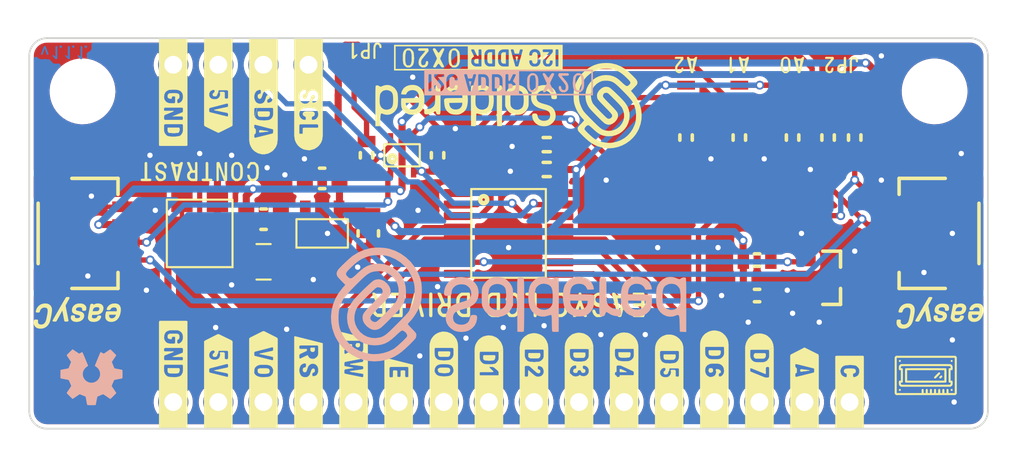
<source format=kicad_pcb>
(kicad_pcb (version 20210623) (generator pcbnew)
  (title_block (title "easyC LCD driver") (date "2021-06-09") (rev "V1.1.1.") (company "SOLDERED") (comment 1 "333003"))
  (layers (0 "F.Cu" signal) (31 "B.Cu" signal) (34 "B.Paste" user) (35 "F.Paste" user) (36 "B.SilkS" user "B.Silkscreen") (37 "F.SilkS" user "F.Silkscreen") (38 "B.Mask" user) (39 "F.Mask" user) (44 "Edge.Cuts" user))
  (net 0 "")
  (net 1 "5V")
  (net 2 "GND")
  (net 3 "3V3")
  (net 4 "A0")
  (net 5 "A1")
  (net 6 "A2")
  (net 7 "SDA")
  (net 8 "SCL")
  (net 9 "C")
  (net 10 "Net-(K3-Pad7)")
  (net 11 "P7")
  (net 12 "P6")
  (net 13 "P5")
  (net 14 "P4")
  (net 19 "P2")
  (net 20 "P1")
  (net 21 "P0")
  (net 22 "Net-(K4-Pad3)")
  (net 23 "Net-(L1-Pad1)")
  (net 24 "P3")
  (net 28 "SDA_PULL5")
  (net 29 "SCL_PULL5")
  (net 30 "SDA_PULL3,3")
  (net 31 "SCL_PULL3,3")
  (net 32 "SCL5")
  (net 33 "SDA5")
  (footprint "e-radionica.com footprinti:HEADER_MALE_4X1" (layer "F.Cu") (at 65.92 114.3)
    (fp_text reference "K5")
    (fp_text value "HEADER_MALE_4X1")
  )
  (footprint "buzzardLabel" (layer "F.Cu") (at 84.97 135.2 -90)
    (fp_text reference "")
    (fp_text value "")
  )
  (footprint "buzzardLabel" (layer "F.Cu") (at 82.43 135.2 -90)
    (fp_text reference "")
    (fp_text value "")
  )
  (footprint "buzzardLabel" (layer "F.Cu") (at 69.73 112.4 -90)
    (fp_text reference "")
    (fp_text value "")
  )
  (footprint "buzzardLabel" (layer "F.Cu") (at 67.19 135.2 -90)
    (fp_text reference "")
    (fp_text value "")
  )
  (footprint "buzzardLabel" (layer "F.Cu") (at 97 114.3 180)
    (fp_text reference "")
    (fp_text value "")
  )
  (footprint "e-radionica.com footprinti:easyC-connector" (layer "F.Cu") (at 57.3 123.8 90)
    (fp_text reference "K1")
    (fp_text value "easyC-SMD")
  )
  (footprint "e-radionica.com footprinti:0603C" (layer "F.Cu") (at 83.15 120.2 180)
    (fp_text reference "C4")
    (fp_text value "0.1uF")
  )
  (footprint "e-radionica.com footprinti:TSSOP-16" (layer "F.Cu") (at 81 123.8)
    (fp_text reference "U1")
    (fp_text value "TCA9534PWR")
  )
  (footprint "e-radionica.com footprinti:0603R" (layer "F.Cu") (at 94 118.4 90)
    (fp_text reference "R2")
    (fp_text value "100k")
  )
  (footprint "e-radionica.com footprinti:SMD_JUMPER" (layer "F.Cu") (at 94 115.8 90)
    (fp_text reference "JP2")
    (fp_text value "SMD_JUMPER")
  )
  (footprint "buzzardLabel" (layer "F.Cu") (at 91 114.3 180)
    (fp_text reference "")
    (fp_text value "")
  )
  (footprint "buzzardLabel" (layer "F.Cu") (at 87.51 135.2 -90)
    (fp_text reference "")
    (fp_text value "")
  )
  (footprint "buzzardLabel" (layer "F.Cu") (at 90.05 135.2 -90)
    (fp_text reference "")
    (fp_text value "")
  )
  (footprint "buzzardLabel" (layer "F.Cu") (at 67.19 112.4 -90)
    (fp_text reference "")
    (fp_text value "")
  )
  (footprint "buzzardLabel" (layer "F.Cu") (at 76.65 113.9 180)
    (fp_text reference "")
    (fp_text value "")
  )
  (footprint "e-radionica.com footprinti:0805C" (layer "F.Cu") (at 73.1 123.8 90)
    (fp_text reference "C2")
    (fp_text value "CL10A226MPCNUBE")
  )
  (footprint "buzzardLabel" (layer "F.Cu") (at 97.67 135.2 -90)
    (fp_text reference "")
    (fp_text value "")
  )
  (footprint "e-radionica.com footprinti:SOT-23-3" (layer "F.Cu") (at 99 126.3)
    (fp_text reference "Q1")
    (fp_text value "NMOS-SOT-23-3")
  )
  (footprint "buzzardLabel" (layer "F.Cu") (at 92.59 135.2 -90)
    (fp_text reference "")
    (fp_text value "")
  )
  (footprint "buzzardLabel" (layer "F.Cu") (at 62.11 112.4 -90)
    (fp_text reference "")
    (fp_text value "")
  )
  (footprint "e-radionica.com footprinti:0603R" (layer "F.Cu") (at 77 119.4 -90)
    (fp_text reference "R8")
    (fp_text value "10k")
  )
  (footprint "Soldered Graphics:Logo-Front-easyC-5mm" (layer "F.Cu") (at 56.7 128.3 180)
    (fp_text reference "G***" hide)
    (fp_text value "LOGO" hide)
  )
  (footprint "buzzardLabel" (layer "F.Cu") (at 100.21 135.2 -90)
    (fp_text reference "")
    (fp_text value "")
  )
  (footprint "e-radionica.com footprinti:SMD_JUMPER" (layer "F.Cu") (at 97 115.8 90)
    (fp_text reference "JP1")
    (fp_text value "SMD_JUMPER")
  )
  (footprint "Soldered Graphics:Symbol-Front-LCD" (layer "F.Cu") (at 104.5 131.8 180)
    (fp_text reference "G***" hide)
    (fp_text value "LOGO" hide)
  )
  (footprint "e-radionica.com footprinti:easyC-connector" (layer "F.Cu") (at 104.7 123.8 -90)
    (fp_text reference "K2")
    (fp_text value "easyC-SMD")
  )
  (footprint "e-radionica.com footprinti:SMD_JUMPER_3_PAD_TRACE" (layer "F.Cu") (at 73 114.5 180)
    (fp_text reference "JP4")
    (fp_text value "SMD_JUMPER_3_PAD_TRACE")
  )
  (footprint "e-radionica.com footprinti:0603R" (layer "F.Cu") (at 95 127.3)
    (fp_text reference "R5")
    (fp_text value "330R")
  )
  (footprint "e-radionica.com footprinti:tps613222a" (layer "F.Cu") (at 70.5 123.8 90)
    (fp_text reference "U2")
    (fp_text value "TPS613222A")
  )
  (footprint "Soldered Graphics:Logo-Front-SolderedFULL-15mm" (layer "F.Cu") (at 81 116.6 180)
    (fp_text reference "REF**" hide)
    (fp_text value "Logo-Front-SolderedFULL-15mm" hide)
  )
  (footprint "e-radionica.com footprinti:0603R" (layer "F.Cu") (at 97 118.4 90)
    (fp_text reference "R1")
    (fp_text value "100k")
  )
  (footprint "buzzardLabel" (layer "F.Cu") (at 77.35 135.2 -90)
    (fp_text reference "")
    (fp_text value "")
  )
  (footprint "buzzardLabel" (layer "F.Cu") (at 74.81 135.2 -90)
    (fp_text reference "")
    (fp_text value "")
  )
  (footprint "Soldered Graphics:Logo-Front-easyC-5mm" (layer "F.Cu") (at 105.3 128.3 180)
    (fp_text reference "G***" hide)
    (fp_text value "LOGO" hide)
  )
  (footprint "buzzardLabel" (layer "F.Cu") (at 81 127.8 180)
    (fp_text reference "")
    (fp_text value "")
  )
  (footprint "e-radionica.com footprinti:0603R" (layer "F.Cu") (at 100.5 118.4 90)
    (fp_text reference "R10")
    (fp_text value "10k")
  )
  (footprint "buzzardLabel" (layer "F.Cu") (at 64.65 135.2 -90)
    (fp_text reference "")
    (fp_text value "")
  )
  (footprint "buzzardLabel" (layer "F.Cu") (at 95.13 135.2 -90)
    (fp_text reference "")
    (fp_text value "")
  )
  (footprint "buzzardLabel" (layer "F.Cu") (at 94 114.3 180)
    (fp_text reference "")
    (fp_text value "")
  )
  (footprint "e-radionica.com footprinti:SMD_JUMPER_3_PAD_TRACE" (layer "F.Cu") (at 99.75 115.8 180)
    (fp_text reference "JP5")
    (fp_text value "SMD_JUMPER_3_PAD_TRACE")
  )
  (footprint "buzzardLabel" (layer "F.Cu") (at 73 113.5 180)
    (fp_text reference "")
    (fp_text value "")
  )
  (footprint "e-radionica.com footprinti:SMD_JUMPER" (layer "F.Cu") (at 91 115.8 90)
    (fp_text reference "JP3")
    (fp_text value "SMD_JUMPER")
  )
  (footprint "e-radionica.com footprinti:0603C" (layer "F.Cu") (at 83.15 118.8 180)
    (fp_text reference "C3")
    (fp_text value "1uF")
  )
  (footprint "Soldered Graphics:Symbol-Front-I2C-ADDR-Field" (layer "F.Cu") (at 79.3 113.9 180)
    (fp_text reference "REF**" hide)
    (fp_text value "Symbol-Front-I2C-ADDR-Field" hide)
  )
  (footprint "buzzardLabel" (layer "F.Cu") (at 63.6 120.3 180)
    (fp_text reference "")
    (fp_text value "")
  )
  (footprint "buzzardLabel" (layer "F.Cu") (at 69.73 135.2 -90)
    (fp_text reference "")
    (fp_text value "")
  )
  (footprint "e-radionica.com footprinti:SOT-363" (layer "F.Cu") (at 75 119.4 90)
    (fp_text reference "U3")
    (fp_text value "NMOS-DUAL")
  )
  (footprint "Soldered Graphics:Logo-Back-OSH-3.5mm" (layer "F.Cu") (at 57.5 131.9 180)
    (fp_text reference "G***" hide)
    (fp_text value "LOGO" hide)
  )
  (footprint "buzzardLabel" (layer "F.Cu") (at 64.65 112.4 -90)
    (fp_text reference "")
    (fp_text value "")
  )
  (footprint "buzzardLabel" (layer "F.Cu") (at 72.27 135.2 -90)
    (fp_text reference "")
    (fp_text value "")
  )
  (footprint "Soldered Graphics:Logo-Back-SolderedFULL-20mm" (layer "F.Cu") (at 81 127.8 180)
    (fp_text reference "REF**" hide)
    (fp_text value "Logo-Front-SolderedFULL-20mm" hide)
  )
  (footprint "e-radionica.com footprinti:0603R" (layer "F.Cu") (at 91 118.4 90)
    (fp_text reference "R3")
    (fp_text value "100k")
  )
  (footprint "e-radionica.com footprinti:0603R" (layer "F.Cu") (at 73 119.4 90)
    (fp_text reference "R9")
    (fp_text value "10k")
  )
  (footprint "e-radionica.com footprinti:0805C" (layer "F.Cu") (at 70.5 120.7)
    (fp_text reference "C1")
    (fp_text value "CL10A226MPCNUBE")
  )
  (footprint "buzzardLabel" (layer "F.Cu") (at 79.89 135.2 -90)
    (fp_text reference "")
    (fp_text value "")
  )
  (footprint "e-radionica.com footprinti:0603R" (layer "F.Cu") (at 99 118.4 -90)
    (fp_text reference "R6")
    (fp_text value "10k")
  )
  (footprint "e-radionica.com footprinti:FIDUCIAL_23" (layer "F.Cu") (at 57 132.3 -90)
    (fp_text reference "FD1")
    (fp_text value "FIDUCIAL")
  )
  (footprint "buzzardLabel" (layer "F.Cu") (at 99.75 114.3 180)
    (fp_text reference "")
    (fp_text value "")
  )
  (footprint "e-radionica.com footprinti:HOLE_3.2mm" (layer "F.Cu") (at 105 115.8 -90)
    (fp_text reference "H2" hide)
    (fp_text value "HOLE_3.2mm" hide)
  )
  (footprint "e-radionica.com footprinti:HOLE_3.2mm" (layer "F.Cu") (at 57 115.8 -90)
    (fp_text reference "H1" hide)
    (fp_text value "HOLE_3.2mm" hide)
  )
  (footprint "e-radionica.com footprinti:0806L" (layer "F.Cu") (at 67.2 125.4 180)
    (fp_text reference "L1")
    (fp_text value "DFE201612E-2R2M=P2")
  )
  (footprint "e-radionica.com footprinti:tc33x-2-103e" (layer "F.Cu") (at 63.6 123.8 180)
    (fp_text reference "R7")
    (fp_text value "tc33x-2-103e")
  )
  (footprint "e-radionica.com footprinti:0805C" (layer "F.Cu") (at 67.2 123 180)
    (fp_text reference "C5")
    (fp_text value "C1608X7S1A475K080AC")
  )
  (footprint "e-radionica.com footprinti:0603R" (layer "F.Cu") (at 95 125.3)
    (fp_text reference "R4")
    (fp_text value "10k")
  )
  (footprint "buzzardLabel" (layer "F.Cu") (at 62.11 135.2 -90)
    (fp_text reference "")
    (fp_text value "")
  )
  (footprint "Soldered Graphics:Version1.1.1." (layer "B.Cu") (at 56 113.6)
    (fp_text reference "REF**" hide)
    (fp_text value "Version1.1.1." hide)
  )
  (footprint "e-radionica.com footprinti:HEADER_MALE_8X1" (layer "B.Cu") (at 91.32 133.3)
    (fp_text reference "K3")
    (fp_text value "HEADER_MALE_8X1")
  )
  (footprint "buzzardLabel" (layer "B.Cu") (at 83.65 115.3)
    (fp_text reference "")
    (fp_text value "")
  )
  (footprint "e-radionica.com footprinti:HEADER_MALE_8X1" (layer "B.Cu") (at 71 133.3)
    (fp_text reference "K4")
    (fp_text value "HEADER_MALE_8X1")
  )
  (footprint "Soldered Graphics:Symbol-Front-I2C-ADDR-Field" (layer "B.Cu") (at 81 115.3)
    (fp_text reference "REF**" hide)
    (fp_text value "Symbol-Front-I2C-ADDR-Field" hide)
  )
  (gr_arc (start 55 113.8) (end 54 113.8) (angle 90) (layer "Edge.Cuts") (width 0.1))
  (gr_line (start 107 134.8) (end 55 134.8) (layer "Edge.Cuts") (width 0.1))
  (gr_arc (start 107 133.8) (end 108 133.8) (angle 90) (layer "Edge.Cuts") (width 0.1))
  (gr_arc (start 107 113.8) (end 108 113.8) (angle -90) (layer "Edge.Cuts") (width 0.1))
  (gr_line (start 55 112.8) (end 107 112.8) (layer "Edge.Cuts") (width 0.1))
  (gr_line (start 108 113.8) (end 108 133.8) (layer "Edge.Cuts") (width 0.1))
  (gr_arc (start 55 133.8) (end 54 133.8) (angle -90) (layer "Edge.Cuts") (width 0.1))
  (gr_line (start 54 133.8) (end 54 113.8) (layer "Edge.Cuts") (width 0.1))
  (segment (start 64.6 114.35) (end 64.6 117.29) (width 0.4) (layer "F.Cu") (net 1))
  (segment (start 71.4 119.95) (end 71.475 120.025) (width 0.4) (layer "F.Cu") (net 1))
  (segment (start 61.81 124.4) (end 62.61 123.6) (width 0.4) (layer "F.Cu") (net 1))
  (segment (start 95.65 115.45) (end 94 115.45) (width 0.3) (layer "F.Cu") (net 1))
  (segment (start 61.81 127.9) (end 61.81 124.4) (width 0.4) (layer "F.Cu") (net 1))
  (segment (start 71.41 113.6) (end 71.81 113.2) (width 0.4) (layer "F.Cu") (net 1))
  (segment (start 71.41 116) (end 71.41 113.6) (width 0.4) (layer "F.Cu") (net 1))
  (segment (start 66.11 118.8) (end 70.25 118.8) (width 0.4) (layer "F.Cu") (net 1))
  (segment (start 72.51 113.2) (end 73 113.69) (width 0.4) (layer "F.Cu") (net 1))
  (segment (start 70.25 118.8) (end 71.4 119.95) (width 0.4) (layer "F.Cu") (net 1))
  (segment (start 73 113.69) (end 73 114.5) (width 0.4) (layer "F.Cu") (net 1))
  (segment (start 64.6 117.29) (end 66.11 118.8) (width 0.4) (layer "F.Cu") (net 1))
  (segment (start 83.88 118.8) (end 83.88 120.2) (width 0.4) (layer "F.Cu") (net 1))
  (segment (start 62.61 123.6) (end 64.11 123.6) (width 0.4) (layer "F.Cu") (net 1))
  (segment (start 64.65 133.3) (end 64.65 130.74) (width 0.4) (layer "F.Cu") (net 1))
  (segment (start 71.81 113.2) (end 72.51 113.2) (width 0.4) (layer "F.Cu") (net 1))
  (segment (start 71.475 120.025) (end 71.475 120.7) (width 0.4) (layer "F.Cu") (net 1))
  (segment (start 64.6 123.11) (end 64.6 122) (width 0.4) (layer "F.Cu") (net 1))
  (segment (start 95.65 115.45) (end 95.15 115.45) (width 0.3) (layer "F.Cu") (net 1))
  (segment (start 83.9 121.525) (end 83.9 120.22) (width 0.4) (layer "F.Cu") (net 1))
  (segment (start 71.45 122.5) (end 72.775 122.5) (width 0.4) (layer "F.Cu") (net 1))
  (segment (start 71.475 122.475) (end 71.45 122.5) (width 0.4) (layer "F.Cu") (net 1))
  (segment (start 84.81 120.2) (end 83.88 120.2) (width 0.4) (layer "F.Cu") (net 1))
  (segment (start 74.025 122.825) (end 74.6 123.4) (width 0.4) (layer "F.Cu") (net 1))
  (segment (start 64.11 123.6) (end 64.6 123.11) (width 0.4) (layer "F.Cu") (net 1))
  (segment (start 83.9 120.22) (end 83.88 120.2) (width 0.4) (layer "F.Cu") (net 1))
  (segment (start 64.65 114.3) (end 64.61 114.34) (width 0.4) (layer "F.Cu") (net 1))
  (segment (start 94.225 125.3) (end 94.225 127.3) (width 0.4) (layer "F.Cu") (net 1))
  (segment (start 94.21 124.2) (end 94.21 125.285) (width 0.4) (layer "F.Cu") (net 1))
  (segment (start 97 115.45) (end 95.65 115.45) (width 0.3) (layer "F.Cu") (net 1))
  (segment (start 64.65 121.95) (end 64.6 122) (width 0.4) (layer "F.Cu") (net 1))
  (segment (start 64.65 114.3) (end 64.6 114.35) (width 0.4) (layer "F.Cu") (net 1))
  (segment (start 64.6 117.29) (end 64.6 122) (width 0.4) (layer "F.Cu") (net 1))
  (segment (start 72.775 122.5) (end 73.1 122.825) (width 0.4) (layer "F.Cu") (net 1))
  (segment (start 71.475 120.7) (end 71.475 122.475) (width 0.4) (layer "F.Cu") (net 1))
  (segment (start 91 115.45) (end 89.85 115.45) (width 0.3) (layer "F.Cu") (net 1))
  (segment (start 71.4 116.01) (end 71.41 116) (width 0.4) (layer "F.Cu") (net 1))
  (segment (start 94.21 125.285) (end 94.225 125.3) (width 0.4) (layer "F.Cu") (net 1))
  (segment (start 71.4 119.95) (end 71.4 116.01) (width 0.4) (layer "F.Cu") (net 1))
  (segment (start 64.65 130.74) (end 61.81 127.9) (width 0.4) (layer "F.Cu") (net 1))
  (segment (start 73.1 122.825) (end 74.025 122.825) (width 0.4) (layer "F.Cu") (net 1))
  (via (at 95.15 115.45) (size 0.5) (drill 0.3) (layers "F.Cu" "B.Cu") (net 1))
  (via (at 84.81 120.2) (size 0.5) (drill 0.3) (layers "F.Cu" "B.Cu") (net 1))
  (via (at 89.85 115.45) (size 0.5) (drill 0.3) (layers "F.Cu" "B.Cu") (net 1))
  (via (at 94.21 124.2) (size 0.5) (drill 0.3) (layers "F.Cu" "B.Cu") (net 1))
  (via (at 74.6 123.4) (size 0.5) (drill 0.3) (layers "F.Cu" "B.Cu") (net 1))
  (segment (start 95.15 115.45) (end 90.05 115.45) (width 0.3) (layer "B.Cu") (net 1))
  (segment (start 89.56 115.45) (end 84.81 120.2) (width 0.3) (layer "B.Cu") (net 1))
  (segment (start 93.71 123.7) (end 94.21 124.2) (width 0.4) (layer "B.Cu") (net 1))
  (segment (start 74.6 123.4) (end 74.9 123.7) (width 0.4) (layer "B.Cu") (net 1))
  (segment (start 74.9 123.7) (end 83.31 123.7) (width 0.4) (layer "B.Cu") (net 1))
  (segment (start 83.91 123.1) (end 84.81 122.2) (width 0.4) (layer "B.Cu") (net 1))
  (segment (start 90.05 115.45) (end 89.85 115.45) (width 0.3) (layer "B.Cu") (net 1))
  (segment (start 84.81 122.2) (end 84.81 120.2) (width 0.4) (layer "B.Cu") (net 1))
  (segment (start 83.31 123.7) (end 83.91 123.1) (width 0.4) (layer "B.Cu") (net 1))
  (segment (start 90.05 115.45) (end 89.56 115.45) (width 0.3) (layer "B.Cu") (net 1))
  (segment (start 83.31 123.7) (end 93.71 123.7) (width 0.4) (layer "B.Cu") (net 1))
  (via (at 72.5 125.7) (size 0.5) (drill 0.3) (layers "F.Cu" "B.Cu") (net 2))
  (via (at 64.5 129.1) (size 0.5) (drill 0.3) (layers "F.Cu" "B.Cu") (net 2))
  (via (at 81 124.6) (size 0.5) (drill 0.3) (layers "F.Cu" "B.Cu") (net 2))
  (via (at 80.7 129.1) (size 0.5) (drill 0.3) (layers "F.Cu" "B.Cu") (net 2))
  (via (at 57.5 121.7) (size 0.5) (drill 0.3) (layers "F.Cu" "B.Cu") (net 2))
  (via (at 86.5 120.8) (size 0.5) (drill 0.3) (layers "F.Cu" "B.Cu") (net 2))
  (via (at 106.1 133.3) (size 0.5) (drill 0.3) (layers "F.Cu" "B.Cu") (net 2))
  (via (at 89.4 124.6) (size 0.5) (drill 0.3) (layers "F.Cu" "B.Cu") (net 2))
  (via (at 63.6 119.3) (size 0.5) (drill 0.3) (layers "F.Cu" "B.Cu") (net 2))
  (via (at 65.4 119.4) (size 0.5) (drill 0.3) (layers "F.Cu" "B.Cu") (net 2))
  (via (at 88.7 129.5) (size 0.5) (drill 0.3) (layers "F.Cu" "B.Cu") (net 2))
  (via (at 104.4 126) (size 0.5) (drill 0.3) (layers "F.Cu" "B.Cu") (net 2))
  (via (at 65.4 126.7) (size 0.5) (drill 0.3) (layers "F.Cu" "B.Cu") (net 2))
  (via (at 93 127.3) (size 0.5) (drill 0.3) (layers "F.Cu" "B.Cu") (net 2))
  (via (at 98.5 128.8) (size 0.5) (drill 0.3) (layers "F.Cu" "B.Cu") (net 2))
  (via (at 106 129.8) (size 0.5) (drill 0.3) (layers "F.Cu" "B.Cu") (net 2))
  (via (at 97 128.3) (size 0.5) (drill 0.3) (layers "F.Cu" "B.Cu") (net 2))
  (via (at 94.5 128.8) (size 0.5) (drill 0.3) (layers "F.Cu" "B.Cu") (net 2))
  (via (at 68.5 129.2) (size 0.5) (drill 0.3) (layers "F.Cu" "B.Cu") (net 2))
  (via (at 78 117.9) (size 0.5) (drill 0.3) (layers "F.Cu" "B.Cu") (net 2))
  (via (at 77 126.8) (size 0.5) (drill 0.3) (layers "F.Cu" "B.Cu") (net 2))
  (via (at 75.6 115) (size 0.5) (drill 0.3) (layers "F.Cu" "B.Cu") (net 2))
  (via (at 68.4 120.5) (size 0.5) (drill 0.3) (layers "F.Cu" "B.Cu") (net 2))
  (via (at 75.9 122.5) (size 0.5) (drill 0.3) (layers "F.Cu" "B.Cu") (net 2))
  (via (at 81.2 118.9) (size 0.5) (drill 0.3) (layers "F.Cu" "B.Cu") (net 2))
  (via (at 96.7 127) (size 0.5) (drill 0.3) (layers "F.Cu" "B.Cu") (net 2))
  (via (at 92.8 124.6) (size 0.5) (drill 0.3) (layers "F.Cu" "B.Cu") (net 2))
  (via (at 60.8 119.4) (size 0.5) (drill 0.3) (layers "F.Cu" "B.Cu") (net 2))
  (via (at 81.1 120.3) (size 0.5) (drill 0.3) (layers "F.Cu" "B.Cu") (net 2))
  (via (at 86.2 129.5) (size 0.5) (drill 0.3) (layers "F.Cu" "B.Cu") (net 2))
  (via (at 61.1 122.5) (size 0.5) (drill 0.3) (layers "F.Cu" "B.Cu") (net 2))
  (via (at 106 123.8) (size 0.5) (drill 0.3) (layers "F.Cu" "B.Cu") (net 2))
  (via (at 57.3 126.2) (size 0.5) (drill 0.3) (layers "F.Cu" "B.Cu") (net 2))
  (via (at 102 113.8) (size 0.5) (drill 0.3) (layers "F.Cu" "B.Cu") (net 2))
  (via (at 78.6 129.7) (size 0.5) (drill 0.3) (layers "F.Cu" "B.Cu") (net 2))
  (via (at 95.4 119.6) (size 0.5) (drill 0.3) (layers "F.Cu" "B.Cu") (net 2))
  (via (at 60.6 127) (size 0.5) (drill 0.3) (layers "F.Cu" "B.Cu") (net 2))
  (via (at 98 120.2) (size 0.5) (drill 0.3) (layers "F.Cu" "B.Cu") (net 2))
  (via (at 97.5 123.8) (size 0.5) (drill 0.3) (layers "F.Cu" "B.Cu") (net 2))
  (via (at 70 126.4) (size 0.5) (drill 0.3) (layers "F.Cu" "B.Cu") (net 2))
  (via (at 67.4 120.1) (size 0.5) (drill 0.3) (layers "F.Cu" "B.Cu") (net 2))
  (via (at 92.4 119.6) (size 0.5) (drill 0.3) (layers "F.Cu" "B.Cu") (net 2))
  (via (at 102 120.8) (size 0.5) (drill 0.3) (layers "F.Cu" "B.Cu") (net 2))
  (via (at 100.5 124.8) (size 0.5) (drill 0.3) (layers "F.Cu" "B.Cu") (net 2))
  (via (at 83 129) (size 0.5) (drill 0.3) (layers "F.Cu" "B.Cu") (net 2))
  (via (at 70.8 123.8) (size 0.5) (drill 0.3) (layers "F.Cu" "B.Cu") (net 2))
  (via (at 69.5 119.6) (size 0.5) (drill 0.3) (layers "F.Cu" "B.Cu") (net 2))
  (via (at 106.5 119.3) (size 0.5) (drill 0.3) (layers "F.Cu" "B.Cu") (net 2))
  (via (at 76 130.7) (size 0.5) (drill 0.3) (layers "F.Cu" "B.Cu") (net 2))
  (segment (start 75 120.32) (end 75 118.48) (width 0.4) (layer "F.Cu") (net 3))
  (segment (start 66.225 123) (end 66.225 121.675) (width 0.4) (layer "F.Cu") (net 3))
  (segment (start 66.225 123) (end 66.225 125.325) (width 0.4) (layer "F.Cu") (net 3))
  (segment (start 74.9 121.4) (end 75 121.3) (width 0.4) (layer "F.Cu") (net 3))
  (segment (start 66.225 121.675) (end 66.6 121.3) (width 0.4) (layer "F.Cu") (net 3))
  (segment (start 59.45 123.3) (end 57.91 123.3) (width 0.4) (layer "F.Cu") (net 3))
  (segment (start 75 121.3) (end 75 120.32) (width 0.4) (layer "F.Cu") (net 3))
  (segment (start 101.7 118) (end 104.6 120.9) (width 0.4) (layer "F.Cu") (net 3))
  (segment (start 75 118.48) (end 75 117.5) (width 0.4) (layer "F.Cu") (net 3))
  (segment (start 99.75 115.02998) (end 100.57998 114.2) (width 0.4) (layer "F.Cu") (net 3))
  (segment (start 104.6 123.4) (end 103.7 124.3) (width 0.4) (layer "F.Cu") (net 3))
  (segment (start 66.225 125.325) (end 66.3 125.4) (width 0.4) (layer "F.Cu") (net 3))
  (segment (start 104.6 120.9) (end 104.6 123.4) (width 0.4) (layer "F.Cu") (net 3))
  (segment (start 101.7 114.7) (end 101.7 118) (width 0.4) (layer "F.Cu") (net 3))
  (segment (start 99.75 115.8) (end 99.75 115.02998) (width 0.4) (layer "F.Cu") (net 3))
  (segment (start 103.7 124.3) (end 102.55 124.3) (width 0.4) (layer "F.Cu") (net 3))
  (segment (start 100.57998 114.2) (end 101.11 114.2) (width 0.4) (layer "F.Cu") (net 3))
  (segment (start 101.2 114.2) (end 101.7 114.7) (width 0.4) (layer "F.Cu") (net 3))
  (segment (start 66.57 125.03) (end 66.5 125.1) (width 0.4) (layer "F.Cu") (net 3))
  (segment (start 101.11 114.2) (end 101.2 114.2) (width 0.4) (layer "F.Cu") (net 3))
  (via (at 75 117.5) (size 0.5) (drill 0.3) (layers "F.Cu" "B.Cu") (net 3))
  (via (at 57.91 123.3) (size 0.5) (drill 0.3) (layers "F.Cu" "B.Cu") (net 3))
  (via (at 101.11 114.2) (size 0.5) (drill 0.3) (layers "F.Cu" "B.Cu") (net 3))
  (via (at 74.9 121.4) (size 0.5) (drill 0.3) (layers "F.Cu" "B.Cu") (net 3))
  (via (at 66.6 121.3) (size 0.5) (drill 0.3) (layers "F.Cu" "B.Cu") (net 3))
  (segment (start 66.6 121.3) (end 59.91 121.3) (width 0.4) (layer "B.Cu") (net 3))
  (segment (start 74.8 121.3) (end 74.9 121.4) (width 0.4) (layer "B.Cu") (net 3))
  (segment (start 75 117.5) (end 78.3 114.2) (width 0.4) (layer "B.Cu") (net 3))
  (segment (start 66.6 121.3) (end 74.8 121.3) (width 0.4) (layer "B.Cu") (net 3))
  (segment (start 59.91 121.3) (end 57.91 123.3) (width 0.4) (layer "B.Cu") (net 3))
  (segment (start 78.3 114.2) (end 101.11 114.2) (width 0.4) (layer "B.Cu") (net 3))
  (segment (start 92.617135 113.9) (end 97.5 113.9) (width 0.3) (layer "F.Cu") (net 4))
  (segment (start 78.21 119) (end 83.31002 113.89998) (width 0.3) (layer "F.Cu") (net 4))
  (segment (start 98.1 115.9) (end 97.85 116.15) (width 0.3) (layer "F.Cu") (net 4))
  (segment (start 98.1 114.5) (end 98.1 115.9) (width 0.3) (layer "F.Cu") (net 4))
  (segment (start 83.31002 113.89998) (end 92.617115 113.89998) (width 0.3) (layer "F.Cu") (net 4))
  (segment (start 97.5 113.9) (end 98.1 114.5) (width 0.3) (layer "F.Cu") (net 4))
  (segment (start 97.85 116.15) (end 97 116.15) (width 0.3) (layer "F.Cu") (net 4))
  (segment (start 97 116.15) (end 97 117.625) (width 0.3) (layer "F.Cu") (net 4))
  (segment (start 78.21 121.415) (end 78.21 119) (width 0.3) (layer "F.Cu") (net 4))
  (segment (start 78.1 121.525) (end 78.21 121.415) (width 0.3) (layer "F.Cu") (net 4))
  (segment (start 92.617115 113.89998) (end 92.617135 113.9) (width 0.3) (layer "F.Cu") (net 4))
  (segment (start 78.1 122.175) (end 79.235 122.175) (width 0.3) (layer "F.Cu") (net 5))
  (segment (start 79.51 121.9) (end 79.51 118.5) (width 0.3) (layer "F.Cu") (net 5))
  (segment (start 79.51 118.5) (end 83.61 114.4) (width 0.3) (layer "F.Cu") (net 5))
  (segment (start 79.235 122.175) (end 79.51 121.9) (width 0.3) (layer "F.Cu") (net 5))
  (segment (start 93.26 116.15) (end 94 116.15) (width 0.3) (layer "F.Cu") (net 5))
  (segment (start 91.51 114.4) (end 93.26 116.15) (width 0.3) (layer "F.Cu") (net 5))
  (segment (start 83.61 114.4) (end 91.51 114.4) (width 0.3) (layer "F.Cu") (net 5))
  (segment (start 94 116.15) (end 94 117.625) (width 0.3) (layer "F.Cu") (net 5))
  (segment (start 79.385 122.825) (end 80.01 122.2) (width 0.3) (layer "F.Cu") (net 6))
  (segment (start 78.1 122.825) (end 79.385 122.825) (width 0.3) (layer "F.Cu") (net 6))
  (segment (start 80.01 122.2) (end 80.01 118.707136) (width 0.3) (layer "F.Cu") (net 6))
  (segment (start 82.567136 116.15) (end 91 116.15) (width 0.3) (layer "F.Cu") (net 6))
  (segment (start 80.01 118.707136) (end 82.567136 116.15) (width 0.3) (layer "F.Cu") (net 6))
  (segment (start 91 116.15) (end 91 117.625) (width 0.3) (layer "F.Cu") (net 6))
  (segment (start 99 121.09) (end 99 119.175) (width 0.3) (layer "F.Cu") (net 7))
  (segment (start 74.2 120.47) (end 74.2 122) (width 0.3) (layer "F.Cu") (net 7))
  (segment (start 74.35 120.65) (end 74.35 120.32) (width 0.3) (layer "F.Cu") (net 7))
  (segment (start 60.61 124.3) (end 59.45 124.3) (width 0.3) (layer "F.Cu") (net 7))
  (segment (start 74.35 120.32) (end 74.2 120.47) (width 0.3) (layer "F.Cu") (net 7))
  (segment (start 101.21 123.3) (end 100.905 122.995) (width 0.3) (layer "F.Cu") (net 7))
  (segment (start 100.16 122.25) (end 99 121.09) (width 0.3) (layer "F.Cu") (net 7))
  (segment (start 100.905 122.995) (end 100.16 122.25) (width 0.3) (layer "F.Cu") (net 7))
  (segment (start 102.55 123.3) (end 101.21 123.3) (width 0.3) (layer "F.Cu") (net 7))
  (segment (start 100.085 122.175) (end 100.16 122.25) (width 0.3) (layer "F.Cu") (net 7))
  (via (at 100.905 122.995) (size 0.5) (drill 0.3) (layers "F.Cu" "B.Cu") (net 7))
  (via (at 60.61 124.3) (size 0.5) (drill 0.3) (layers "F.Cu" "B.Cu") (net 7))
  (via (at 74.2 122) (size 0.5) (drill 0.3) (layers "F.Cu" "B.Cu") (net 7))
  (segment (start 74.4 126.1) (end 97.8 126.1) (width 0.3) (layer "B.Cu") (net 7))
  (segment (start 62.71 122.2) (end 60.61 124.3) (width 0.3) (layer "B.Cu") (net 7))
  (segment (start 68.9 122.2) (end 62.71 122.2) (width 0.3) (layer "B.Cu") (net 7))
  (segment (start 74.2 122) (end 74 122.2) (width 0.3) (layer "B.Cu") (net 7))
  (segment (start 97.8 126.1) (end 100.905 122.995) (width 0.3) (layer "B.Cu") (net 7))
  (segment (start 74 122.2) (end 70.5 122.2) (width 0.3) (layer "B.Cu") (net 7))
  (segment (start 68.9 122.2) (end 70.5 122.2) (width 0.3) (layer "B.Cu") (net 7))
  (segment (start 70.5 122.2) (end 74.4 126.1) (width 0.3) (layer "B.Cu") (net 7))
  (segment (start 89.9 122.8) (end 92.7 122.8) (width 0.3) (layer "F.Cu") (net 8))
  (segment (start 102.01 122.3) (end 100.5 120.79) (width 0.3) (layer "F.Cu") (net 8))
  (segment (start 84.5 117.4) (end 89.9 122.8) (width 0.3) (layer "F.Cu") (net 8))
  (segment (start 59.45 125.3) (end 60.81 125.3) (width 0.3) (layer "F.Cu") (net 8))
  (segment (start 102.55 122.3) (end 102.01 122.3) (width 0.3) (layer "F.Cu") (net 8))
  (segment (start 99.71 122.8) (end 99.685 122.825) (width 0.3) (layer "F.Cu") (net 8))
  (segment (start 91.7 127.6) (end 91.7 123.8) (width 0.3) (layer "F.Cu") (net 8))
  (segment (start 100.5 120.79) (end 100.5 119.175) (width 0.3) (layer "F.Cu") (net 8))
  (segment (start 75.65 118.15) (end 76 117.8) (width 0.3) (layer "F.Cu") (net 8))
  (segment (start 75.65 118.48) (end 75.65 118.15) (width 0.3) (layer "F.Cu") (net 8))
  (segment (start 92.7 122.8) (end 99.71 122.8) (width 0.3) (layer "F.Cu") (net 8))
  (segment (start 91.7 123.8) (end 92.7 122.8) (width 0.3) (layer "F.Cu") (net 8))
  (via (at 99.71 122.8) (size 0.5) (drill 0.3) (layers "F.Cu" "B.Cu") (net 8))
  (via (at 84.5 117.4) (size 0.5) (drill 0.3) (layers "F.Cu" "B.Cu") (net 8))
  (via (at 60.81 125.3) (size 0.5) (drill 0.3) (layers "F.Cu" "B.Cu") (net 8))
  (via (at 100.5 120.79) (size 0.5) (drill 0.3) (layers "F.Cu" "B.Cu") (net 8))
  (via (at 76 117.8) (size 0.5) (drill 0.3) (layers "F.Cu" "B.Cu") (net 8))
  (via (at 91.7 127.6) (size 0.5) (drill 0.3) (layers "F.Cu" "B.Cu") (net 8))
  (segment (start 79.2 117.3) (end 84.4 117.3) (width 0.3) (layer "B.Cu") (net 8))
  (segment (start 76.5 117.3) (end 79.2 117.3) (width 0.3) (layer "B.Cu") (net 8))
  (segment (start 60.9 125.3) (end 60.81 125.3) (width 0.3) (layer "B.Cu") (net 8))
  (segment (start 99.71 122.8) (end 99.71 121.58) (width 0.3) (layer "B.Cu") (net 8))
  (segment (start 84.4 117.3) (end 84.5 117.4) (width 0.3) (layer "B.Cu") (net 8))
  (segment (start 99.71 121.58) (end 100.5 120.79) (width 0.3) (layer "B.Cu") (net 8))
  (segment (start 63.2 127.6) (end 60.9 125.3) (width 0.3) (layer "B.Cu") (net 8))
  (segment (start 76 117.8) (end 76.5 117.3) (width 0.3) (layer "B.Cu") (net 8))
  (segment (start 91.7 127.6) (end 63.2 127.6) (width 0.3) (layer "B.Cu") (net 8))
  (segment (start 100.2 126.3) (end 100.2 133.29) (width 0.4) (layer "F.Cu") (net 9))
  (segment (start 100.2 133.29) (end 100.21 133.3) (width 0.4) (layer "F.Cu") (net 9))
  (segment (start 97.67 133.3) (end 97.67 130.26) (width 0.4) (layer "F.Cu") (net 10))
  (segment (start 95.775 128.365) (end 95.775 127.3) (width 0.4) (layer "F.Cu") (net 10))
  (segment (start 97.67 130.26) (end 95.775 128.365) (width 0.4) (layer "F.Cu") (net 10))
  (segment (start 83.9 124.125) (end 86.425 124.125) (width 0.3) (layer "F.Cu") (net 11))
  (segment (start 95.13 132.83) (end 95.13 133.3) (width 0.3) (layer "F.Cu") (net 11))
  (segment (start 86.425 124.125) (end 95.13 132.83) (width 0.3) (layer "F.Cu") (net 11))
  (segment (start 83.9 124.775) (end 86.185 124.775) (width 0.3) (layer "F.Cu") (net 12))
  (segment (start 92.59 131.18) (end 92.59 133.3) (width 0.3) (layer "F.Cu") (net 12))
  (segment (start 86.185 124.775) (end 92.59 131.18) (width 0.3) (layer "F.Cu") (net 12))
  (segment (start 90.05 129.45) (end 90.05 133.3) (width 0.3) (layer "F.Cu") (net 13))
  (segment (start 83.9 125.425) (end 86.025 125.425) (width 0.3) (layer "F.Cu") (net 13))
  (segment (start 86.025 125.425) (end 90.05 129.45) (width 0.3) (layer "F.Cu") (net 13))
  (segment (start 87.51 127.81) (end 87.51 133.3) (width 0.3) (layer "F.Cu") (net 14))
  (segment (start 85.775 126.075) (end 87.51 127.81) (width 0.3) (layer "F.Cu") (net 14))
  (segment (start 83.9 126.075) (end 85.775 126.075) (width 0.3) (layer "F.Cu") (net 14))
  (segment (start 76.435 124.775) (end 74.81 126.4) (width 0.3) (layer "F.Cu") (net 19))
  (segment (start 78.1 124.775) (end 76.435 124.775) (width 0.3) (layer "F.Cu") (net 19))
  (segment (start 74.81 126.4) (end 74.81 133.3) (width 0.3) (layer "F.Cu") (net 19))
  (segment (start 76.292136 124.125) (end 72.27 128.147136) (width 0.3) (layer "F.Cu") (net 20))
  (segment (start 78.1 124.125) (end 76.292136 124.125) (width 0.3) (layer "F.Cu") (net 20))
  (segment (start 72.27 128.147136) (end 72.27 133.3) (width 0.3) (layer "F.Cu") (net 20))
  (segment (start 76.235 123.475) (end 69.73 129.98) (width 0.3) (layer "F.Cu") (net 21))
  (segment (start 78.1 123.475) (end 76.235 123.475) (width 0.3) (layer "F.Cu") (net 21))
  (segment (start 69.73 129.98) (end 69.73 133.3) (width 0.3) (layer "F.Cu") (net 21))
  (segment (start 67.19 130.08) (end 67.19 133.3) (width 0.4) (layer "F.Cu") (net 22))
  (segment (start 63.6 125.25) (end 63.6 126.49) (width 0.4) (layer "F.Cu") (net 22))
  (segment (start 63.6 126.49) (end 67.19 130.08) (width 0.4) (layer "F.Cu") (net 22))
  (segment (start 69.25 125.4) (end 69.55 125.1) (width 0.4) (layer "F.Cu") (net 23))
  (segment (start 68.1 125.4) (end 69.25 125.4) (width 0.4) (layer "F.Cu") (net 23))
  (segment (start 96.71 125.4) (end 95.875 125.4) (width 0.3) (layer "F.Cu") (net 24))
  (segment (start 78.1 125.425) (end 79.585 125.425) (width 0.3) (layer "F.Cu") (net 24))
  (segment (start 97.75 125.4) (end 97.8 125.35) (width 0.3) (layer "F.Cu") (net 24))
  (segment (start 95.875 125.4) (end 95.775 125.3) (width 0.3) (layer "F.Cu") (net 24))
  (segment (start 96.71 125.4) (end 97.75 125.4) (width 0.3) (layer "F.Cu") (net 24))
  (segment (start 79.585 125.425) (end 79.61 125.4) (width 0.3) (layer "F.Cu") (net 24))
  (via (at 79.61 125.4) (size 0.5) (drill 0.3) (layers "F.Cu" "B.Cu") (net 24))
  (via (at 96.71 125.4) (size 0.5) (drill 0.3) (layers "F.Cu" "B.Cu") (net 24))
  (segment (start 79.61 125.4) (end 96.71 125.4) (width 0.3) (layer "B.Cu") (net 24))
  (segment (start 72.3 116.7) (end 73 117.4) (width 0.3) (layer "F.Cu") (net 28))
  (segment (start 73 117.4) (end 73 118.625) (width 0.3) (layer "F.Cu") (net 28))
  (segment (start 72.3 114.5) (end 72.3 116.7) (width 0.3) (layer "F.Cu") (net 28))
  (segment (start 73.7 114.5) (end 77 117.8) (width 0.3) (layer "F.Cu") (net 29))
  (segment (start 77 117.8) (end 77 118.625) (width 0.3) (layer "F.Cu") (net 29))
  (segment (start 99.05 117.575) (end 99 117.625) (width 0.3) (layer "F.Cu") (net 30))
  (segment (start 99.05 115.8) (end 99.05 117.575) (width 0.3) (layer "F.Cu") (net 30))
  (segment (start 100.45 117.575) (end 100.5 117.625) (width 0.3) (layer "F.Cu") (net 31))
  (segment (start 100.45 115.8) (end 100.45 117.575) (width 0.3) (layer "F.Cu") (net 31))
  (segment (start 76.1 120.3) (end 76.875 120.3) (width 0.3) (layer "F.Cu") (net 32))
  (segment (start 75.65 120.32) (end 76.08 120.32) (width 0.3) (layer "F.Cu") (net 32))
  (segment (start 81.2 122.1) (end 81.925 122.825) (width 0.3) (layer "F.Cu") (net 32))
  (segment (start 81.925 122.825) (end 83.9 122.825) (width 0.3) (layer "F.Cu") (net 32))
  (segment (start 76.08 120.32) (end 76.1 120.3) (width 0.3) (layer "F.Cu") (net 32))
  (segment (start 76.855 120.32) (end 77 120.175) (width 0.3) (layer "F.Cu") (net 32))
  (segment (start 83.875 122.8) (end 83.9 122.825) (width 0.3) (layer "F.Cu") (net 32))
  (segment (start 76.875 120.3) (end 77 120.175) (width 0.3) (layer "F.Cu") (net 32))
  (via (at 81.2 122.1) (size 0.5) (drill 0.3) (layers "F.Cu" "B.Cu") (net 32))
  (via (at 76.1 120.3) (size 0.5) (drill 0.3) (layers "F.Cu" "B.Cu") (net 32))
  (segment (start 69.73 114.3) (end 69.73 114.42) (width 0.3) (layer "B.Cu") (net 32))
  (segment (start 76.1 120.3) (end 70.1 114.3) (width 0.3) (layer "B.Cu") (net 32))
  (segment (start 81.2 122.1) (end 77.9 122.1) (width 0.3) (layer "B.Cu") (net 32))
  (segment (start 77.9 122.1) (end 76.1 120.3) (width 0.3) (layer "B.Cu") (net 32))
  (segment (start 70.1 114.3) (end 69.73 114.3) (width 0.3) (layer "B.Cu") (net 32))
  (segment (start 73.775 119.4) (end 73 120.175) (width 0.3) (layer "F.Cu") (net 33))
  (segment (start 74.35 118.85) (end 74.35 118.48) (width 0.3) (layer "F.Cu") (net 33))
  (segment (start 73.8 119.4) (end 73.775 119.4) (width 0.3) (layer "F.Cu") (net 33))
  (segment (start 82.475 122.175) (end 83.9 122.175) (width 0.3) (layer "F.Cu") (net 33))
  (segment (start 73.8 119.4) (end 74.35 118.85) (width 0.3) (layer "F.Cu") (net 33))
  (segment (start 73 120.175) (end 73.035 120.175) (width 0.3) (layer "F.Cu") (net 33))
  (segment (start 82.4 122.1) (end 82.475 122.175) (width 0.3) (layer "F.Cu") (net 33))
  (via (at 82.4 122.1) (size 0.5) (drill 0.3) (layers "F.Cu" "B.Cu") (net 33))
  (via (at 73.8 119.4) (size 0.5) (drill 0.3) (layers "F.Cu" "B.Cu") (net 33))
  (segment (start 75.899989 120.899989) (end 77.8 122.8) (width 0.3) (layer "B.Cu") (net 33))
  (segment (start 77.8 122.8) (end 81.7 122.8) (width 0.3) (layer "B.Cu") (net 33))
  (segment (start 81.7 122.8) (end 82.4 122.1) (width 0.3) (layer "B.Cu") (net 33))
  (segment (start 68.51 116.5) (end 67.19 115.18) (width 0.3) (layer "B.Cu") (net 33))
  (segment (start 67.19 115.18) (end 67.19 114.3) (width 0.3) (layer "B.Cu") (net 33))
  (segment (start 73.8 119.4) (end 70.9 116.5) (width 0.3) (layer "B.Cu") (net 33))
  (segment (start 75.299989 120.899989) (end 75.899989 120.899989) (width 0.3) (layer "B.Cu") (net 33))
  (segment (start 73.8 119.4) (end 75.299989 120.899989) (width 0.3) (layer "B.Cu") (net 33))
  (segment (start 70.9 116.5) (end 68.51 116.5) (width 0.3) (layer "B.Cu") (net 33))
  (zone (net 2) (net_name "GND") (layers F&B.Cu) (connect_pads (clearance 0.254)) (min_thickness 0.254) (fill yes (thermal_gap 0.254) (thermal_bridge_width 0.254))
    (polygon (pts (xy 54 134.8) (xy 54 112.8) (xy 108 112.8) (xy 108 134.8)))
  )
)
</source>
